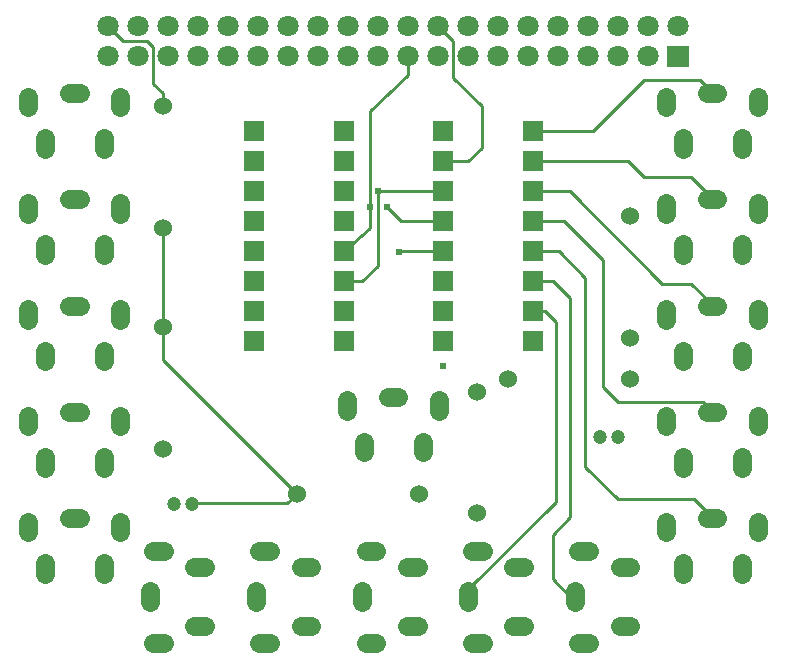
<source format=gbl>
G04 Layer: BottomLayer*
G04 EasyEDA v6.4.0, 2020-07-14T23:16:01--5:00*
G04 6dc5d916f8a9456ea10d5ff2c879efc5,9df6f537d2f94b3ba0ed850023b5714d,10*
G04 Gerber Generator version 0.2*
G04 Scale: 100 percent, Rotated: No, Reflected: No *
G04 Dimensions in millimeters *
G04 leading zeros omitted , absolute positions ,3 integer and 3 decimal *
%FSLAX33Y33*%
%MOMM*%
G90*
G71D02*

%ADD10C,0.254000*%
%ADD12C,0.609600*%
%ADD13R,1.799996X1.799996*%
%ADD14C,1.799996*%
%ADD15C,1.199998*%
%ADD16C,1.524000*%
%ADD17C,1.599997*%

%LPD*%
G54D10*
G01X8369Y53769D02*
G01X9639Y52499D01*
G01X11674Y52500D01*
G01X12174Y52000D01*
G01X12174Y48875D01*
G01X12999Y48141D01*
G01X12999Y47031D01*
G01X59499Y21125D02*
G01X59499Y21250D01*
G01X58750Y21999D01*
G01X51501Y21999D01*
G01X50250Y23250D01*
G01X50250Y34000D01*
G01X46979Y37270D01*
G01X44310Y37270D01*
G01X59500Y12124D02*
G01X59500Y12250D01*
G01X58000Y13750D01*
G01X51499Y13750D01*
G01X48749Y16500D01*
G01X48749Y32500D01*
G01X46519Y34730D01*
G01X44310Y34730D01*
G01X38874Y5499D02*
G01X38874Y6124D01*
G01X46250Y13500D01*
G01X46250Y28750D01*
G01X45349Y29650D01*
G01X44310Y29650D01*
G01X47873Y5499D02*
G01X47500Y5499D01*
G01X45999Y7000D01*
G01X45999Y10749D01*
G01X47500Y12251D01*
G01X47500Y30749D01*
G01X46060Y32190D01*
G01X44310Y32190D01*
G01X59499Y30125D02*
G01X59499Y30249D01*
G01X57749Y31999D01*
G01X55250Y31999D01*
G01X47439Y39810D01*
G01X44310Y39810D01*
G01X59500Y39124D02*
G01X59500Y39250D01*
G01X57749Y41000D01*
G01X53750Y41000D01*
G01X52399Y42350D01*
G01X44310Y42350D01*
G01X59500Y48124D02*
G01X59500Y48250D01*
G01X58500Y49250D01*
G01X53750Y49250D01*
G01X49390Y44890D01*
G01X44310Y44890D01*
G01X33769Y51229D02*
G01X33779Y49700D01*
G01X30500Y46600D01*
G01X30500Y38452D01*
G01X31219Y39820D02*
G01X31219Y33500D01*
G01X29879Y32180D01*
G01X28310Y32190D01*
G01X36690Y39810D02*
G01X36680Y39820D01*
G01X31219Y39820D01*
G01X36309Y53769D02*
G01X37579Y52520D01*
G01X37579Y49400D01*
G01X39999Y47000D01*
G01X39999Y43500D01*
G01X38849Y42350D01*
G01X36690Y42350D01*
G01X30500Y38453D02*
G01X30499Y36680D01*
G01X28310Y34730D01*
G01X28310Y34730D01*
G01X31999Y38450D02*
G01X33179Y37270D01*
G01X36689Y37270D01*
G01X12999Y28310D02*
G01X12999Y25549D01*
G01X24349Y14200D01*
G01X12999Y36729D02*
G01X12999Y28308D01*
G01X36689Y34730D02*
G01X33030Y34730D01*
G01X33000Y34700D01*
G01X15450Y13381D02*
G01X23530Y13381D01*
G01X24350Y14199D01*
G54D13*
G01X20690Y44890D03*
G01X20690Y42350D03*
G01X20690Y34730D03*
G01X20690Y32190D03*
G01X20690Y39810D03*
G01X20690Y37270D03*
G01X20690Y29650D03*
G01X20690Y27110D03*
G01X28310Y27110D03*
G01X28310Y29650D03*
G01X28310Y32190D03*
G01X28310Y34730D03*
G01X28310Y37270D03*
G01X28310Y39810D03*
G01X28310Y42350D03*
G01X28310Y44890D03*
G01X44310Y27110D03*
G01X44310Y29650D03*
G01X44310Y37270D03*
G01X44310Y39810D03*
G01X44310Y32190D03*
G01X44310Y34730D03*
G01X44310Y42350D03*
G01X44310Y44890D03*
G01X36690Y44890D03*
G01X36690Y42350D03*
G01X36690Y39810D03*
G01X36690Y37270D03*
G01X36690Y34730D03*
G01X36690Y32190D03*
G01X36690Y29650D03*
G01X36690Y27110D03*
G36*
G01X57529Y52130D02*
G01X55729Y52130D01*
G01X55729Y50330D01*
G01X57529Y50330D01*
G01X57529Y52130D01*
G37*
G54D14*
G01X56630Y53769D03*
G01X54090Y51229D03*
G01X54090Y53769D03*
G01X51550Y51229D03*
G01X51550Y53769D03*
G01X49010Y51229D03*
G01X49010Y53769D03*
G01X46470Y51229D03*
G01X46470Y53769D03*
G01X43930Y51229D03*
G01X43930Y53769D03*
G01X41390Y51229D03*
G01X41390Y53769D03*
G01X38850Y51229D03*
G01X38850Y53769D03*
G01X36310Y51229D03*
G01X36310Y53769D03*
G01X33770Y51229D03*
G01X33770Y53769D03*
G01X31230Y51229D03*
G01X31230Y53769D03*
G01X28690Y51229D03*
G01X28690Y53769D03*
G01X26150Y51229D03*
G01X26150Y53769D03*
G01X23610Y51229D03*
G01X23610Y53769D03*
G01X21070Y51229D03*
G01X21070Y53769D03*
G01X18530Y51229D03*
G01X18530Y53769D03*
G01X15990Y51229D03*
G01X15990Y53769D03*
G01X13450Y51229D03*
G01X13450Y53769D03*
G01X10910Y51229D03*
G01X10910Y53769D03*
G01X8370Y51229D03*
G01X8370Y53769D03*
G54D15*
G01X49999Y19000D03*
G01X51500Y19000D03*
G54D16*
G01X12999Y36730D03*
G01X12999Y47030D03*
G01X52539Y27390D03*
G01X52539Y37690D03*
G01X42249Y23900D03*
G01X52550Y23900D03*
G01X12999Y18010D03*
G01X12999Y28310D03*
G54D15*
G01X13949Y13380D03*
G01X15450Y13380D03*
G54D16*
G01X39600Y12549D03*
G01X39600Y22850D03*
G01X24349Y14200D03*
G01X34650Y14200D03*
G54D12*
G01X31219Y39820D03*
G01X32999Y34700D03*
G01X31999Y38450D03*
G01X30500Y38452D03*
G01X36699Y25000D03*
G54D17*
G01X32050Y22424D02*
G01X32950Y22424D01*
G01X28600Y21225D02*
G01X28600Y22125D01*
G01X30000Y18624D02*
G01X30000Y17724D01*
G01X35000Y18624D02*
G01X35000Y17724D01*
G01X36399Y22125D02*
G01X36399Y21225D01*
G01X5050Y48124D02*
G01X5950Y48124D01*
G01X1600Y46924D02*
G01X1600Y47824D01*
G01X3000Y44324D02*
G01X3000Y43424D01*
G01X8000Y44324D02*
G01X8000Y43424D01*
G01X9400Y47824D02*
G01X9400Y46924D01*
G01X5050Y39124D02*
G01X5950Y39124D01*
G01X1600Y37924D02*
G01X1600Y38824D01*
G01X3000Y35324D02*
G01X3000Y34424D01*
G01X8000Y35324D02*
G01X8000Y34424D01*
G01X9400Y38824D02*
G01X9400Y37924D01*
G01X5050Y30124D02*
G01X5950Y30124D01*
G01X1600Y28925D02*
G01X1600Y29825D01*
G01X3000Y26324D02*
G01X3000Y25424D01*
G01X8000Y26324D02*
G01X8000Y25424D01*
G01X9400Y29825D02*
G01X9400Y28925D01*
G01X5050Y21124D02*
G01X5950Y21124D01*
G01X1600Y19925D02*
G01X1600Y20825D01*
G01X3000Y17324D02*
G01X3000Y16424D01*
G01X8000Y17324D02*
G01X8000Y16424D01*
G01X9400Y20825D02*
G01X9400Y19925D01*
G01X5050Y12124D02*
G01X5950Y12124D01*
G01X1600Y10925D02*
G01X1600Y11825D01*
G01X3000Y8324D02*
G01X3000Y7424D01*
G01X8000Y8324D02*
G01X8000Y7424D01*
G01X9400Y11825D02*
G01X9400Y10925D01*
G01X59050Y48124D02*
G01X59950Y48124D01*
G01X55600Y46924D02*
G01X55600Y47824D01*
G01X57000Y44324D02*
G01X57000Y43424D01*
G01X62000Y44324D02*
G01X62000Y43424D01*
G01X63399Y47824D02*
G01X63399Y46924D01*
G01X59050Y39124D02*
G01X59950Y39124D01*
G01X55600Y37924D02*
G01X55600Y38824D01*
G01X57000Y35324D02*
G01X57000Y34424D01*
G01X62000Y35324D02*
G01X62000Y34424D01*
G01X63399Y38824D02*
G01X63399Y37924D01*
G01X59050Y30124D02*
G01X59950Y30124D01*
G01X55600Y28925D02*
G01X55600Y29825D01*
G01X57000Y26324D02*
G01X57000Y25424D01*
G01X62000Y26324D02*
G01X62000Y25424D01*
G01X63399Y29825D02*
G01X63399Y28925D01*
G01X59050Y21124D02*
G01X59950Y21124D01*
G01X55600Y19925D02*
G01X55600Y20825D01*
G01X57000Y17324D02*
G01X57000Y16424D01*
G01X62000Y17324D02*
G01X62000Y16424D01*
G01X63399Y20825D02*
G01X63399Y19925D01*
G01X59050Y12124D02*
G01X59950Y12124D01*
G01X55600Y10925D02*
G01X55600Y11825D01*
G01X57000Y8324D02*
G01X57000Y7424D01*
G01X62000Y8324D02*
G01X62000Y7424D01*
G01X63399Y11825D02*
G01X63399Y10925D01*
G01X11875Y5050D02*
G01X11875Y5950D01*
G01X13075Y1600D02*
G01X12175Y1600D01*
G01X15675Y3000D02*
G01X16575Y3000D01*
G01X15675Y8000D02*
G01X16575Y8000D01*
G01X12175Y9399D02*
G01X13075Y9399D01*
G01X20875Y5050D02*
G01X20875Y5950D01*
G01X22075Y1600D02*
G01X21175Y1600D01*
G01X24675Y3000D02*
G01X25575Y3000D01*
G01X24675Y8000D02*
G01X25575Y8000D01*
G01X21175Y9399D02*
G01X22075Y9399D01*
G01X29875Y5050D02*
G01X29875Y5950D01*
G01X31075Y1600D02*
G01X30175Y1600D01*
G01X33675Y3000D02*
G01X34575Y3000D01*
G01X33675Y8000D02*
G01X34575Y8000D01*
G01X30175Y9399D02*
G01X31075Y9399D01*
G01X38875Y5050D02*
G01X38875Y5950D01*
G01X40075Y1600D02*
G01X39175Y1600D01*
G01X42675Y3000D02*
G01X43575Y3000D01*
G01X42675Y8000D02*
G01X43575Y8000D01*
G01X39175Y9399D02*
G01X40075Y9399D01*
G01X47875Y5050D02*
G01X47875Y5950D01*
G01X49074Y1600D02*
G01X48175Y1600D01*
G01X51675Y3000D02*
G01X52575Y3000D01*
G01X51675Y8000D02*
G01X52575Y8000D01*
G01X48175Y9399D02*
G01X49074Y9399D01*
M00*
M02*

</source>
